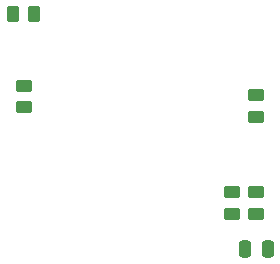
<source format=gbp>
G04 #@! TF.GenerationSoftware,KiCad,Pcbnew,(6.0.10-0)*
G04 #@! TF.CreationDate,2023-01-01T02:05:10-05:00*
G04 #@! TF.ProjectId,8CT-PowerMeter,3843542d-506f-4776-9572-4d657465722e,rev?*
G04 #@! TF.SameCoordinates,Original*
G04 #@! TF.FileFunction,Paste,Bot*
G04 #@! TF.FilePolarity,Positive*
%FSLAX46Y46*%
G04 Gerber Fmt 4.6, Leading zero omitted, Abs format (unit mm)*
G04 Created by KiCad (PCBNEW (6.0.10-0)) date 2023-01-01 02:05:10*
%MOMM*%
%LPD*%
G01*
G04 APERTURE LIST*
G04 Aperture macros list*
%AMRoundRect*
0 Rectangle with rounded corners*
0 $1 Rounding radius*
0 $2 $3 $4 $5 $6 $7 $8 $9 X,Y pos of 4 corners*
0 Add a 4 corners polygon primitive as box body*
4,1,4,$2,$3,$4,$5,$6,$7,$8,$9,$2,$3,0*
0 Add four circle primitives for the rounded corners*
1,1,$1+$1,$2,$3*
1,1,$1+$1,$4,$5*
1,1,$1+$1,$6,$7*
1,1,$1+$1,$8,$9*
0 Add four rect primitives between the rounded corners*
20,1,$1+$1,$2,$3,$4,$5,0*
20,1,$1+$1,$4,$5,$6,$7,0*
20,1,$1+$1,$6,$7,$8,$9,0*
20,1,$1+$1,$8,$9,$2,$3,0*%
G04 Aperture macros list end*
%ADD10RoundRect,0.250000X0.450000X-0.262500X0.450000X0.262500X-0.450000X0.262500X-0.450000X-0.262500X0*%
%ADD11RoundRect,0.250000X0.262500X0.450000X-0.262500X0.450000X-0.262500X-0.450000X0.262500X-0.450000X0*%
%ADD12RoundRect,0.250000X-0.450000X0.262500X-0.450000X-0.262500X0.450000X-0.262500X0.450000X0.262500X0*%
%ADD13RoundRect,0.250000X-0.250000X-0.475000X0.250000X-0.475000X0.250000X0.475000X-0.250000X0.475000X0*%
G04 APERTURE END LIST*
D10*
X159718000Y-83487500D03*
X159718000Y-81662500D03*
X140000000Y-82712500D03*
X140000000Y-80887500D03*
D11*
X140912500Y-74800000D03*
X139087500Y-74800000D03*
D10*
X157686000Y-91703000D03*
X157686000Y-89878000D03*
D12*
X159718000Y-89878000D03*
X159718000Y-91703000D03*
D13*
X158768000Y-94704000D03*
X160668000Y-94704000D03*
M02*

</source>
